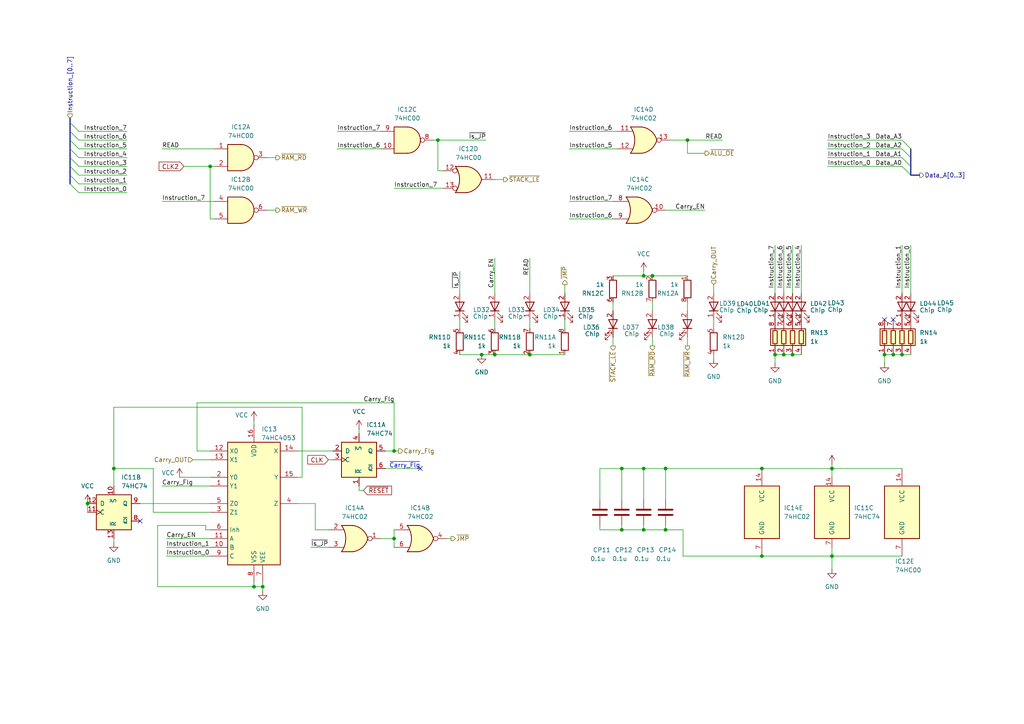
<source format=kicad_sch>
(kicad_sch (version 20250114) (generator "eeschema") (generator_version "9.0")
  (paper "A4")
  (title_block (title "HC4_CPU") (date "2025-06-16") (rev "1.0"))
  (lib_symbols
    (symbol "74xx_2:74HC00" (pin_names (offset 1.016))
      (property "Reference" "IC" (at 0 1.27 0))
      (property "Value" "74HC00" (at 0 -1.27 0))
      (symbol "74HC00_1_1"
        (arc (start 0 3.81) (mid 3.7934 0) (end 0 -3.81) (stroke (width 0.254)) (fill (type background)))
        (polyline (pts (xy 0 3.81) (xy -3.81 3.81) (xy -3.81 -3.81) (xy 0 -3.81)) (stroke (width 0.254)) (fill (type background)))
        (pin input line (at -7.62 2.54 0) (length 3.81) (name "~") (number "1"))
        (pin input line (at -7.62 -2.54 0) (length 3.81) (name "~") (number "2"))
        (pin output inverted (at 7.62 0 180) (length 3.81) (name "~") (number "3"))
      )
      (symbol "74HC00_1_2"
        (arc (start -3.81 3.81) (mid -2.589 0) (end -3.81 -3.81) (stroke (width 0.254)))
        (polyline (pts (xy -3.81 3.81) (xy -0.635 3.81)) (stroke (width 0.254)) (fill (type background)))
        (polyline (pts (xy -3.81 -3.81) (xy -0.635 -3.81)) (stroke (width 0.254)) (fill (type background)))
        (arc (start 3.81 0) (mid 2.1855 -2.584) (end -0.6096 -3.81) (stroke (width 0.254)) (fill (type background)))
        (arc (start -0.6096 3.81) (mid 2.1928 2.5924) (end 3.81 0) (stroke (width 0.254)) (fill (type background)))
        (polyline (pts (xy -0.635 3.81) (xy -3.81 3.81) (xy -3.81 3.81) (xy -3.556 3.4036) (xy -3.0226 2.2606) (xy -2.6924 1.0414) (xy -2.6162 -0.254) (xy -2.7686 -1.4986) (xy -3.175 -2.7178) (xy -3.81 -3.81) (xy -3.81 -3.81) (xy -0.635 -3.81)) (stroke (width -25.4)) (fill (type background)))
        (pin input inverted (at -7.62 2.54 0) (length 4.318) (name "~") (number "1"))
        (pin input inverted (at -7.62 -2.54 0) (length 4.318) (name "~") (number "2"))
        (pin output line (at 7.62 0 180) (length 3.81) (name "~") (number "3"))
      )
      (symbol "74HC00_2_1"
        (arc (start 0 3.81) (mid 3.7934 0) (end 0 -3.81) (stroke (width 0.254)) (fill (type background)))
        (polyline (pts (xy 0 3.81) (xy -3.81 3.81) (xy -3.81 -3.81) (xy 0 -3.81)) (stroke (width 0.254)) (fill (type background)))
        (pin input line (at -7.62 2.54 0) (length 3.81) (name "~") (number "4"))
        (pin input line (at -7.62 -2.54 0) (length 3.81) (name "~") (number "5"))
        (pin output inverted (at 7.62 0 180) (length 3.81) (name "~") (number "6"))
      )
      (symbol "74HC00_2_2"
        (arc (start -3.81 3.81) (mid -2.589 0) (end -3.81 -3.81) (stroke (width 0.254)))
        (polyline (pts (xy -3.81 3.81) (xy -0.635 3.81)) (stroke (width 0.254)) (fill (type background)))
        (polyline (pts (xy -3.81 -3.81) (xy -0.635 -3.81)) (stroke (width 0.254)) (fill (type background)))
        (arc (start 3.81 0) (mid 2.1855 -2.584) (end -0.6096 -3.81) (stroke (width 0.254)) (fill (type background)))
        (arc (start -0.6096 3.81) (mid 2.1928 2.5924) (end 3.81 0) (stroke (width 0.254)) (fill (type background)))
        (polyline (pts (xy -0.635 3.81) (xy -3.81 3.81) (xy -3.81 3.81) (xy -3.556 3.4036) (xy -3.0226 2.2606) (xy -2.6924 1.0414) (xy -2.6162 -0.254) (xy -2.7686 -1.4986) (xy -3.175 -2.7178) (xy -3.81 -3.81) (xy -3.81 -3.81) (xy -0.635 -3.81)) (stroke (width -25.4)) (fill (type background)))
        (pin input inverted (at -7.62 2.54 0) (length 4.318) (name "~") (number "4"))
        (pin input inverted (at -7.62 -2.54 0) (length 4.318) (name "~") (number "5"))
        (pin output line (at 7.62 0 180) (length 3.81) (name "~") (number "6"))
      )
      (symbol "74HC00_3_1"
        (arc (start 0 3.81) (mid 3.7934 0) (end 0 -3.81) (stroke (width 0.254)) (fill (type background)))
        (polyline (pts (xy 0 3.81) (xy -3.81 3.81) (xy -3.81 -3.81) (xy 0 -3.81)) (stroke (width 0.254)) (fill (type background)))
        (pin input line (at -7.62 2.54 0) (length 3.81) (name "~") (number "9"))
        (pin input line (at -7.62 -2.54 0) (length 3.81) (name "~") (number "10"))
        (pin output inverted (at 7.62 0 180) (length 3.81) (name "~") (number "8"))
      )
      (symbol "74HC00_3_2"
        (arc (start -3.81 3.81) (mid -2.589 0) (end -3.81 -3.81) (stroke (width 0.254)))
        (polyline (pts (xy -3.81 3.81) (xy -0.635 3.81)) (stroke (width 0.254)) (fill (type background)))
        (polyline (pts (xy -3.81 -3.81) (xy -0.635 -3.81)) (stroke (width 0.254)) (fill (type background)))
        (arc (start 3.81 0) (mid 2.1855 -2.584) (end -0.6096 -3.81) (stroke (width 0.254)) (fill (type background)))
        (arc (start -0.6096 3.81) (mid 2.1928 2.5924) (end 3.81 0) (stroke (width 0.254)) (fill (type background)))
        (polyline (pts (xy -0.635 3.81) (xy -3.81 3.81) (xy -3.81 3.81) (xy -3.556 3.4036) (xy -3.0226 2.2606) (xy -2.6924 1.0414) (xy -2.6162 -0.254) (xy -2.7686 -1.4986) (xy -3.175 -2.7178) (xy -3.81 -3.81) (xy -3.81 -3.81) (xy -0.635 -3.81)) (stroke (width -25.4)) (fill (type background)))
        (pin input inverted (at -7.62 2.54 0) (length 4.318) (name "~") (number "9"))
        (pin input inverted (at -7.62 -2.54 0) (length 4.318) (name "~") (number "10"))
        (pin output line (at 7.62 0 180) (length 3.81) (name "~") (number "8"))
      )
      (symbol "74HC00_4_1"
        (arc (start 0 3.81) (mid 3.7934 0) (end 0 -3.81) (stroke (width 0.254)) (fill (type background)))
        (polyline (pts (xy 0 3.81) (xy -3.81 3.81) (xy -3.81 -3.81) (xy 0 -3.81)) (stroke (width 0.254)) (fill (type background)))
        (pin input line (at -7.62 2.54 0) (length 3.81) (name "~") (number "12"))
        (pin input line (at -7.62 -2.54 0) (length 3.81) (name "~") (number "13"))
        (pin output inverted (at 7.62 0 180) (length 3.81) (name "~") (number "11"))
      )
      (symbol "74HC00_4_2"
        (arc (start -3.81 3.81) (mid -2.589 0) (end -3.81 -3.81) (stroke (width 0.254)))
        (polyline (pts (xy -3.81 3.81) (xy -0.635 3.81)) (stroke (width 0.254)) (fill (type background)))
        (polyline (pts (xy -3.81 -3.81) (xy -0.635 -3.81)) (stroke (width 0.254)) (fill (type background)))
        (arc (start 3.81 0) (mid 2.1855 -2.584) (end -0.6096 -3.81) (stroke (width 0.254)) (fill (type background)))
        (arc (start -0.6096 3.81) (mid 2.1928 2.5924) (end 3.81 0) (stroke (width 0.254)) (fill (type background)))
        (polyline (pts (xy -0.635 3.81) (xy -3.81 3.81) (xy -3.81 3.81) (xy -3.556 3.4036) (xy -3.0226 2.2606) (xy -2.6924 1.0414) (xy -2.6162 -0.254) (xy -2.7686 -1.4986) (xy -3.175 -2.7178) (xy -3.81 -3.81) (xy -3.81 -3.81) (xy -0.635 -3.81)) (stroke (width -25.4)) (fill (type background)))
        (pin input inverted (at -7.62 2.54 0) (length 4.318) (name "~") (number "12"))
        (pin input inverted (at -7.62 -2.54 0) (length 4.318) (name "~") (number "13"))
        (pin output line (at 7.62 0 180) (length 3.81) (name "~") (number "11"))
      )
      (symbol "74HC00_5_0"
        (pin power_in line (at 0 12.7 270) (length 5.08) (name "VCC") (number "14"))
        (pin power_in line (at 0 -12.7 90) (length 5.08) (name "GND") (number "7"))
      )
      (symbol "74HC00_5_1"
        (rectangle (start -5.08 7.62) (end 5.08 -7.62) (stroke (width 0.254)) (fill (type background)))
      )
    )
    (symbol "74xx_2:74HC02" (pin_names (offset 1.016))
      (property "Reference" "IC" (at 0 1.27 0))
      (property "Value" "74HC02" (at 0 -1.27 0))
      (symbol "74HC02_1_1"
        (arc (start -3.81 3.81) (mid -2.589 0) (end -3.81 -3.81) (stroke (width 0.254)))
        (polyline (pts (xy -3.81 3.81) (xy -0.635 3.81)) (stroke (width 0.254)) (fill (type background)))
        (polyline (pts (xy -3.81 -3.81) (xy -0.635 -3.81)) (stroke (width 0.254)) (fill (type background)))
        (arc (start 3.81 0) (mid 2.1855 -2.584) (end -0.6096 -3.81) (stroke (width 0.254)) (fill (type background)))
        (arc (start -0.6096 3.81) (mid 2.1928 2.5924) (end 3.81 0) (stroke (width 0.254)) (fill (type background)))
        (polyline (pts (xy -0.635 3.81) (xy -3.81 3.81) (xy -3.81 3.81) (xy -3.556 3.4036) (xy -3.0226 2.2606) (xy -2.6924 1.0414) (xy -2.6162 -0.254) (xy -2.7686 -1.4986) (xy -3.175 -2.7178) (xy -3.81 -3.81) (xy -3.81 -3.81) (xy -0.635 -3.81)) (stroke (width -25.4)) (fill (type background)))
        (pin input line (at -7.62 2.54 0) (length 4.318) (name "~") (number "2"))
        (pin input line (at -7.62 -2.54 0) (length 4.318) (name "~") (number "3"))
        (pin output inverted (at 7.62 0 180) (length 3.81) (name "~") (number "1"))
      )
      (symbol "74HC02_1_2"
        (arc (start 0 3.81) (mid 3.7934 0) (end 0 -3.81) (stroke (width 0.254)) (fill (type background)))
        (polyline (pts (xy 0 3.81) (xy -3.81 3.81) (xy -3.81 -3.81) (xy 0 -3.81)) (stroke (width 0.254)) (fill (type background)))
        (pin input inverted (at -7.62 2.54 0) (length 3.81) (name "~") (number "2"))
        (pin input inverted (at -7.62 -2.54 0) (length 3.81) (name "~") (number "3"))
        (pin output line (at 7.62 0 180) (length 3.81) (name "~") (number "1"))
      )
      (symbol "74HC02_2_1"
        (arc (start -3.81 3.81) (mid -2.589 0) (end -3.81 -3.81) (stroke (width 0.254)))
        (polyline (pts (xy -3.81 3.81) (xy -0.635 3.81)) (stroke (width 0.254)) (fill (type background)))
        (polyline (pts (xy -3.81 -3.81) (xy -0.635 -3.81)) (stroke (width 0.254)) (fill (type background)))
        (arc (start 3.81 0) (mid 2.1855 -2.584) (end -0.6096 -3.81) (stroke (width 0.254)) (fill (type background)))
        (arc (start -0.6096 3.81) (mid 2.1928 2.5924) (end 3.81 0) (stroke (width 0.254)) (fill (type background)))
        (polyline (pts (xy -0.635 3.81) (xy -3.81 3.81) (xy -3.81 3.81) (xy -3.556 3.4036) (xy -3.0226 2.2606) (xy -2.6924 1.0414) (xy -2.6162 -0.254) (xy -2.7686 -1.4986) (xy -3.175 -2.7178) (xy -3.81 -3.81) (xy -3.81 -3.81) (xy -0.635 -3.81)) (stroke (width -25.4)) (fill (type background)))
        (pin input line (at -7.62 2.54 0) (length 4.318) (name "~") (number "5"))
        (pin input line (at -7.62 -2.54 0) (length 4.318) (name "~") (number "6"))
        (pin output inverted (at 7.62 0 180) (length 3.81) (name "~") (number "4"))
      )
      (symbol "74HC02_2_2"
        (arc (start 0 3.81) (mid 3.7934 0) (end 0 -3.81) (stroke (width 0.254)) (fill (type background)))
        (polyline (pts (xy 0 3.81) (xy -3.81 3.81) (xy -3.81 -3.81) (xy 0 -3.81)) (stroke (width 0.254)) (fill (type background)))
        (pin input inverted (at -7.62 2.54 0) (length 3.81) (name "~") (number "5"))
        (pin input inverted (at -7.62 -2.54 0) (length 3.81) (name "~") (number "6"))
        (pin output line (at 7.62 0 180) (length 3.81) (name "~") (number "4"))
      )
      (symbol "74HC02_3_1"
        (arc (start -3.81 3.81) (mid -2.589 0) (end -3.81 -3.81) (stroke (width 0.254)))
        (polyline (pts (xy -3.81 3.81) (xy -0.635 3.81)) (stroke (width 0.254)) (fill (type background)))
        (polyline (pts (xy -3.81 -3.81) (xy -0.635 -3.81)) (stroke (width 0.254)) (fill (type background)))
        (arc (start 3.81 0) (mid 2.1855 -2.584) (end -0.6096 -3.81) (stroke (width 0.254)) (fill (type background)))
        (arc (start -0.6096 3.81) (mid 2.1928 2.5924) (end 3.81 0) (stroke (width 0.254)) (fill (type background)))
        (polyline (pts (xy -0.635 3.81) (xy -3.81 3.81) (xy -3.81 3.81) (xy -3.556 3.4036) (xy -3.0226 2.2606) (xy -2.6924 1.0414) (xy -2.6162 -0.254) (xy -2.7686 -1.4986) (xy -3.175 -2.7178) (xy -3.81 -3.81) (xy -3.81 -3.81) (xy -0.635 -3.81)) (stroke (width -25.4)) (fill (type background)))
        (pin input line (at -7.62 2.54 0) (length 4.318) (name "~") (number "8"))
        (pin input line (at -7.62 -2.54 0) (length 4.318) (name "~") (number "9"))
        (pin output inverted (at 7.62 0 180) (length 3.81) (name "~") (number "10"))
      )
      (symbol "74HC02_3_2"
        (arc (start 0 3.81) (mid 3.7934 0) (end 0 -3.81) (stroke (width 0.254)) (fill (type background)))
        (polyline (pts (xy 0 3.81) (xy -3.81 3.81) (xy -3.81 -3.81) (xy 0 -3.81)) (stroke (width 0.254)) (fill (type background)))
        (pin input inverted (at -7.62 2.54 0) (length 3.81) (name "~") (number "8"))
        (pin input inverted (at -7.62 -2.54 0) (length 3.81) (name "~") (number "9"))
        (pin output line (at 7.62 0 180) (length 3.81) (name "~") (number "10"))
      )
      (symbol "74HC02_4_1"
        (arc (start -3.81 3.81) (mid -2.589 0) (end -3.81 -3.81) (stroke (width 0.254)))
        (polyline (pts (xy -3.81 3.81) (xy -0.635 3.81)) (stroke (width 0.254)) (fill (type background)))
        (polyline (pts (xy -3.81 -3.81) (xy -0.635 -3.81)) (stroke (width 0.254)) (fill (type background)))
        (arc (start 3.81 0) (mid 2.1855 -2.584) (end -0.6096 -3.81) (stroke (width 0.254)) (fill (type background)))
        (arc (start -0.6096 3.81) (mid 2.1928 2.5924) (end 3.81 0) (stroke (width 0.254)) (fill (type background)))
        (polyline (pts (xy -0.635 3.81) (xy -3.81 3.81) (xy -3.81 3.81) (xy -3.556 3.4036) (xy -3.0226 2.2606) (xy -2.6924 1.0414) (xy -2.6162 -0.254) (xy -2.7686 -1.4986) (xy -3.175 -2.7178) (xy -3.81 -3.81) (xy -3.81 -3.81) (xy -0.635 -3.81)) (stroke (width -25.4)) (fill (type background)))
        (pin input line (at -7.62 2.54 0) (length 4.318) (name "~") (number "11"))
        (pin input line (at -7.62 -2.54 0) (length 4.318) (name "~") (number "12"))
        (pin output inverted (at 7.62 0 180) (length 3.81) (name "~") (number "13"))
      )
      (symbol "74HC02_4_2"
        (arc (start 0 3.81) (mid 3.7934 0) (end 0 -3.81) (stroke (width 0.254)) (fill (type background)))
        (polyline (pts (xy 0 3.81) (xy -3.81 3.81) (xy -3.81 -3.81) (xy 0 -3.81)) (stroke (width 0.254)) (fill (type background)))
        (pin input inverted (at -7.62 2.54 0) (length 3.81) (name "~") (number "11"))
        (pin input inverted (at -7.62 -2.54 0) (length 3.81) (name "~") (number "12"))
        (pin output line (at 7.62 0 180) (length 3.81) (name "~") (number "13"))
      )
      (symbol "74HC02_5_0"
        (pin power_in line (at 0 12.7 270) (length 5.08) (name "VCC") (number "14"))
        (pin power_in line (at 0 -12.7 90) (length 5.08) (name "GND") (number "7"))
      )
      (symbol "74HC02_5_1"
        (rectangle (start -5.08 7.62) (end 5.08 -7.62) (stroke (width 0.254)) (fill (type background)))
      )
    )
    (symbol "74xx_2:74HC4053"
      (property "Reference" "IC" (at -8.382 19.05 0))
      (property "Value" "74HC4053" (at 11.176 -19.304 0))
      (symbol "74HC4053_1_0"
        (pin passive line (at -12.7 15.24 0) (length 5.08) (name "X0") (number "12"))
        (pin passive line (at -12.7 12.7 0) (length 5.08) (name "X1") (number "13"))
        (pin passive line (at -12.7 7.62 0) (length 5.08) (name "Y0") (number "2"))
        (pin passive line (at -12.7 5.08 0) (length 5.08) (name "Y1") (number "1"))
        (pin passive line (at -12.7 0 0) (length 5.08) (name "Z0") (number "5"))
        (pin passive line (at -12.7 -2.54 0) (length 5.08) (name "Z1") (number "3"))
        (pin input line (at -12.7 -7.62 0) (length 5.08) (name "Inh") (number "6"))
        (pin input line (at -12.7 -10.16 0) (length 5.08) (name "A") (number "11"))
        (pin input line (at -12.7 -12.7 0) (length 5.08) (name "B") (number "10"))
        (pin input line (at -12.7 -15.24 0) (length 5.08) (name "C") (number "9"))
        (pin power_in line (at 0 22.86 270) (length 5.08) (name "VDD") (number "16"))
        (pin power_in line (at 0 -22.86 90) (length 5.08) (name "VSS") (number "8"))
        (pin power_in line (at 2.54 -22.86 90) (length 5.08) (name "VEE") (number "7"))
        (pin passive line (at 12.7 15.24 180) (length 5.08) (name "X") (number "14"))
        (pin passive line (at 12.7 7.62 180) (length 5.08) (name "Y") (number "15"))
        (pin passive line (at 12.7 0 180) (length 5.08) (name "Z") (number "4"))
      )
      (symbol "74HC4053_1_1"
        (rectangle (start -7.62 17.78) (end 7.62 -17.78) (stroke (width 0.254)) (fill (type background)))
      )
    )
    (symbol "74xx_2:74HC74" (pin_names (offset 1.016))
      (property "Reference" "IC" (at -7.62 8.89 0))
      (property "Value" "74HC74" (at -7.62 -8.89 0))
      (symbol "74HC74_1_0"
        (pin input line (at -7.62 2.54 0) (length 2.54) (name "D") (number "2"))
        (pin input clock (at -7.62 0 0) (length 2.54) (name "C") (number "3"))
        (pin input line (at 0 7.62 270) (length 2.54) (name "~{S}") (number "4"))
        (pin input line (at 0 -7.62 90) (length 2.54) (name "~{R}") (number "1"))
        (pin output line (at 7.62 2.54 180) (length 2.54) (name "Q") (number "5"))
        (pin output line (at 7.62 -2.54 180) (length 2.54) (name "~{Q}") (number "6"))
      )
      (symbol "74HC74_1_1"
        (rectangle (start -5.08 5.08) (end 5.08 -5.08) (stroke (width 0.254)) (fill (type background)))
      )
      (symbol "74HC74_2_0"
        (pin input line (at -7.62 2.54 0) (length 2.54) (name "D") (number "12"))
        (pin input clock (at -7.62 0 0) (length 2.54) (name "C") (number "11"))
        (pin input line (at 0 7.62 270) (length 2.54) (name "~{S}") (number "10"))
        (pin input line (at 0 -7.62 90) (length 2.54) (name "~{R}") (number "13"))
        (pin output line (at 7.62 2.54 180) (length 2.54) (name "Q") (number "9"))
        (pin output line (at 7.62 -2.54 180) (length 2.54) (name "~{Q}") (number "8"))
      )
      (symbol "74HC74_2_1"
        (rectangle (start -5.08 5.08) (end 5.08 -5.08) (stroke (width 0.254)) (fill (type background)))
      )
      (symbol "74HC74_3_0"
        (pin power_in line (at 0 10.16 270) (length 2.54) (name "VCC") (number "14"))
        (pin power_in line (at 0 -10.16 90) (length 2.54) (name "GND") (number "7"))
      )
      (symbol "74HC74_3_1"
        (rectangle (start -5.08 7.62) (end 5.08 -7.62) (stroke (width 0.254)) (fill (type background)))
      )
    )
    (symbol "Device2:C_Bypass" (pin_numbers (hide yes)) (pin_names (offset 0.254))
      (property "Reference" "CP" (at 0.635 2.54 0))
      (property "Value" "C_Byp" (at 0.635 -2.54 0))
      (symbol "C_Bypass_0_1"
        (polyline (pts (xy -2.032 0.762) (xy 2.032 0.762)) (stroke (width 0.508)))
        (polyline (pts (xy -2.032 -0.762) (xy 2.032 -0.762)) (stroke (width 0.508)))
      )
      (symbol "C_Bypass_1_1"
        (pin passive line (at 0 3.81 270) (length 2.794) (name "~") (number "1"))
        (pin passive line (at 0 -3.81 90) (length 2.794) (name "~") (number "2"))
      )
    )
    (symbol "Device2:LED_"
      (property "Reference" "LD" (at 0 2.54 0))
      (symbol "LED__0_1"
        (polyline (pts (xy -3.048 -0.762) (xy -4.572 -2.286) (xy -3.81 -2.286) (xy -4.572 -2.286) (xy -4.572 -1.524)))
        (polyline (pts (xy -1.778 -0.762) (xy -3.302 -2.286) (xy -2.54 -2.286) (xy -3.302 -2.286) (xy -3.302 -1.524)))
        (polyline (pts (xy -1.27 0) (xy 1.27 0)))
        (polyline (pts (xy -1.27 -1.27) (xy -1.27 1.27)) (stroke (width 0.254)))
        (polyline (pts (xy 1.27 -1.27) (xy 1.27 1.27) (xy -1.27 0) (xy 1.27 -1.27)) (stroke (width 0.254)))
      )
      (symbol "LED__1_1"
        (pin passive line (at -3.81 0 0) (length 2.54) (name "K") (number "1"))
        (pin passive line (at 3.81 0 180) (length 2.54) (name "") (number "2"))
      )
    )
    (symbol "Device:R_Pack04" (pin_names (offset 0) (hide yes))
      (property "Reference" "RN" (at -7.62 0 90))
      (property "Value" "R_Pack04" (at 5.08 0 90))
      (symbol "R_Pack04_0_1"
        (rectangle (start -6.35 -2.413) (end 3.81 2.413) (stroke (width 0.254)) (fill (type background)))
        (rectangle (start -5.715 1.905) (end -4.445 -1.905) (stroke (width 0.254)))
        (polyline (pts (xy -5.08 1.905) (xy -5.08 2.54)))
        (polyline (pts (xy -5.08 -2.54) (xy -5.08 -1.905)))
        (rectangle (start -3.175 1.905) (end -1.905 -1.905) (stroke (width 0.254)))
        (polyline (pts (xy -2.54 1.905) (xy -2.54 2.54)))
        (polyline (pts (xy -2.54 -2.54) (xy -2.54 -1.905)))
        (rectangle (start -0.635 1.905) (end 0.635 -1.905) (stroke (width 0.254)))
        (polyline (pts (xy 0 1.905) (xy 0 2.54)))
        (polyline (pts (xy 0 -2.54) (xy 0 -1.905)))
        (rectangle (start 1.905 1.905) (end 3.175 -1.905) (stroke (width 0.254)))
        (polyline (pts (xy 2.54 1.905) (xy 2.54 2.54)))
        (polyline (pts (xy 2.54 -2.54) (xy 2.54 -1.905)))
      )
      (symbol "R_Pack04_1_1"
        (pin passive line (at -5.08 5.08 270) (length 2.54) (name "R1.2") (number "8"))
        (pin passive line (at -5.08 -5.08 90) (length 2.54) (name "R1.1") (number "1"))
        (pin passive line (at -2.54 5.08 270) (length 2.54) (name "R2.2") (number "7"))
        (pin passive line (at -2.54 -5.08 90) (length 2.54) (name "R2.1") (number "2"))
        (pin passive line (at 0 5.08 270) (length 2.54) (name "R3.2") (number "6"))
        (pin passive line (at 0 -5.08 90) (length 2.54) (name "R3.1") (number "3"))
        (pin passive line (at 2.54 5.08 270) (length 2.54) (name "R4.2") (number "5"))
        (pin passive line (at 2.54 -5.08 90) (length 2.54) (name "R4.1") (number "4"))
      )
    )
    (symbol "Device:R_Pack04_Split" (pin_names (offset 0) (hide yes))
      (property "Reference" "RN" (at 2.032 0 90))
      (property "Value" "R_Pack04_Split" (at 0 0 90))
      (symbol "R_Pack04_Split_0_1"
        (rectangle (start 1.016 2.54) (end -1.016 -2.54) (stroke (width 0.254)))
      )
      (symbol "R_Pack04_Split_1_1"
        (pin passive line (at 0 3.81 270) (length 1.27) (name "R1.2") (number "8"))
        (pin passive line (at 0 -3.81 90) (length 1.27) (name "R1.1") (number "1"))
      )
      (symbol "R_Pack04_Split_2_1"
        (pin passive line (at 0 3.81 270) (length 1.27) (name "R2.2") (number "7"))
        (pin passive line (at 0 -3.81 90) (length 1.27) (name "R2.1") (number "2"))
      )
      (symbol "R_Pack04_Split_3_1"
        (pin passive line (at 0 3.81 270) (length 1.27) (name "R3.2") (number "6"))
        (pin passive line (at 0 -3.81 90) (length 1.27) (name "R3.1") (number "3"))
      )
      (symbol "R_Pack04_Split_4_1"
        (pin passive line (at 0 3.81 270) (length 1.27) (name "R4.2") (number "5"))
        (pin passive line (at 0 -3.81 90) (length 1.27) (name "R4.1") (number "4"))
      )
    )
    (symbol "power:GND" (power) (pin_numbers (hide yes)) (pin_names (offset 0) (hide yes))
      (property "Value" "GND" (at 0 -3.81 0))
      (symbol "GND_0_1"
        (polyline (pts (xy 0 0) (xy 0 -1.27) (xy 1.27 -1.27) (xy 0 -2.54) (xy -1.27 -1.27) (xy 0 -1.27)))
      )
      (symbol "GND_1_1"
        (pin power_in line (at 0 0 270) (length 0) (name "~") (number "1"))
      )
    )
    (symbol "power:VCC" (power) (pin_numbers (hide yes)) (pin_names (offset 0) (hide yes))
      (property "Value" "VCC" (at 0 3.556 0))
      (symbol "VCC_0_1"
        (polyline (pts (xy -0.762 1.27) (xy 0 2.54)))
        (polyline (pts (xy 0 2.54) (xy 0.762 1.27)))
        (polyline (pts (xy 0 0) (xy 0 2.54)))
      )
      (symbol "VCC_1_1"
        (pin power_in line (at 0 0 90) (length 0) (name "~") (number "1"))
      )
    )
  )
  (text "~{Carry_Flg}" (at 121.92 135.89 0) (effects (font (size 1.27 1.27)) (justify right bottom)))
  (junction (at 220.98 161.29))
  (junction (at 229.87 102.87))
  (junction (at 186.69 153.67))
  (junction (at 114.3 130.81))
  (junction (at 60.96 48.26))
  (junction (at 224.79 102.87))
  (junction (at 33.02 135.89))
  (junction (at 180.34 135.89))
  (junction (at 261.62 102.87))
  (junction (at 220.98 135.89))
  (junction (at 256.54 102.87))
  (junction (at 241.3 161.29))
  (junction (at 186.69 135.89))
  (junction (at 114.3 156.21))
  (junction (at 189.23 80.01))
  (junction (at 76.2 170.18))
  (junction (at 153.67 102.87))
  (junction (at 186.69 80.01))
  (junction (at 139.7 102.87))
  (junction (at 193.04 135.89))
  (junction (at 193.04 153.67))
  (junction (at 127 40.64))
  (junction (at 25.4 146.05))
  (junction (at 180.34 153.67))
  (junction (at 73.66 170.18))
  (junction (at 259.08 102.87))
  (junction (at 227.33 102.87))
  (junction (at 143.51 102.87))
  (junction (at 199.39 40.64))
  (junction (at 241.3 135.89))
  (no_connect (at 256.54 92.71))
  (no_connect (at 121.92 135.89))
  (no_connect (at 259.08 92.71))
  (no_connect (at 40.64 151.13))
  (bus_entry (at 20.32 45.72) (size 2.54 2.54))
  (bus_entry (at 20.32 43.18) (size 2.54 2.54))
  (bus_entry (at 20.32 53.34) (size 2.54 2.54))
  (bus_entry (at 20.32 40.64) (size 2.54 2.54))
  (bus_entry (at 20.32 50.8) (size 2.54 2.54))
  (bus_entry (at 20.32 38.1) (size 2.54 2.54))
  (bus_entry (at 261.62 48.26) (size 2.54 2.54))
  (bus_entry (at 20.32 48.26) (size 2.54 2.54))
  (bus_entry (at 20.32 35.56) (size 2.54 2.54))
  (bus_entry (at 261.62 40.64) (size 2.54 2.54))
  (bus_entry (at 261.62 43.18) (size 2.54 2.54))
  (bus_entry (at 261.62 45.72) (size 2.54 2.54))
  (wire (pts (xy 114.3 54.61) (xy 128.27 54.61)))
  (wire (pts (xy 46.99 43.18) (xy 62.23 43.18)))
  (wire (pts (xy 127 40.64) (xy 127 49.53)))
  (wire (pts (xy 264.16 85.09) (xy 264.16 71.12)))
  (wire (pts (xy 76.2 170.18) (xy 76.2 168.91)))
  (wire (pts (xy 53.34 48.26) (xy 60.96 48.26)))
  (wire (pts (xy 199.39 44.45) (xy 204.47 44.45)))
  (wire (pts (xy 173.99 135.89) (xy 173.99 144.78)))
  (wire (pts (xy 46.99 140.97) (xy 60.96 140.97)))
  (wire (pts (xy 130.81 156.21) (xy 129.54 156.21)))
  (wire (pts (xy 22.86 55.88) (xy 36.83 55.88)))
  (wire (pts (xy 232.41 85.09) (xy 232.41 71.12)))
  (wire (pts (xy 194.31 40.64) (xy 199.39 40.64)))
  (wire (pts (xy 77.47 45.72) (xy 80.01 45.72)))
  (wire (pts (xy 114.3 130.81) (xy 114.3 116.84)))
  (wire (pts (xy 198.12 153.67) (xy 198.12 161.29)))
  (wire (pts (xy 240.03 48.26) (xy 261.62 48.26)))
  (wire (pts (xy 22.86 38.1) (xy 36.83 38.1)))
  (wire (pts (xy 173.99 153.67) (xy 180.34 153.67)))
  (wire (pts (xy 22.86 53.34) (xy 36.83 53.34)))
  (wire (pts (xy 48.26 161.29) (xy 60.96 161.29)))
  (wire (pts (xy 241.3 135.89) (xy 241.3 138.43)))
  (wire (pts (xy 193.04 153.67) (xy 198.12 153.67)))
  (wire (pts (xy 224.79 102.87) (xy 224.79 105.41)))
  (wire (pts (xy 73.66 168.91) (xy 73.66 170.18)))
  (wire (pts (xy 193.04 135.89) (xy 193.04 144.78)))
  (wire (pts (xy 48.26 156.21) (xy 60.96 156.21)))
  (wire (pts (xy 224.79 102.87) (xy 227.33 102.87)))
  (wire (pts (xy 59.69 153.67) (xy 60.96 153.67)))
  (wire (pts (xy 44.45 148.59) (xy 44.45 135.89)))
  (wire (pts (xy 241.3 161.29) (xy 261.62 161.29)))
  (wire (pts (xy 177.8 100.33) (xy 177.8 97.79)))
  (wire (pts (xy 198.12 161.29) (xy 220.98 161.29)))
  (bus (pts (xy 20.32 48.26) (xy 20.32 45.72)))
  (wire (pts (xy 199.39 40.64) (xy 209.55 40.64)))
  (wire (pts (xy 261.62 102.87) (xy 264.16 102.87)))
  (bus (pts (xy 264.16 48.26) (xy 264.16 50.8)))
  (wire (pts (xy 22.86 40.64) (xy 36.83 40.64)))
  (wire (pts (xy 177.8 87.63) (xy 177.8 90.17)))
  (wire (pts (xy 180.34 152.4) (xy 180.34 153.67)))
  (wire (pts (xy 95.25 133.35) (xy 96.52 133.35)))
  (wire (pts (xy 44.45 135.89) (xy 33.02 135.89)))
  (wire (pts (xy 133.35 95.25) (xy 133.35 92.71)))
  (wire (pts (xy 52.07 138.43) (xy 60.96 138.43)))
  (wire (pts (xy 186.69 152.4) (xy 186.69 153.67)))
  (wire (pts (xy 180.34 153.67) (xy 186.69 153.67)))
  (wire (pts (xy 199.39 80.01) (xy 189.23 80.01)))
  (bus (pts (xy 20.32 45.72) (xy 20.32 43.18)))
  (bus (pts (xy 20.32 35.56) (xy 20.32 34.29)))
  (wire (pts (xy 60.96 63.5) (xy 62.23 63.5)))
  (wire (pts (xy 110.49 156.21) (xy 114.3 156.21)))
  (wire (pts (xy 165.1 63.5) (xy 177.8 63.5)))
  (wire (pts (xy 33.02 156.21) (xy 33.02 157.48)))
  (wire (pts (xy 139.7 102.87) (xy 143.51 102.87)))
  (bus (pts (xy 20.32 38.1) (xy 20.32 35.56)))
  (wire (pts (xy 48.26 158.75) (xy 60.96 158.75)))
  (wire (pts (xy 199.39 100.33) (xy 199.39 97.79)))
  (wire (pts (xy 57.15 116.84) (xy 114.3 116.84)))
  (wire (pts (xy 114.3 156.21) (xy 114.3 153.67)))
  (wire (pts (xy 193.04 60.96) (xy 204.47 60.96)))
  (wire (pts (xy 241.3 135.89) (xy 261.62 135.89)))
  (wire (pts (xy 220.98 135.89) (xy 241.3 135.89)))
  (wire (pts (xy 25.4 146.05) (xy 25.4 148.59)))
  (wire (pts (xy 60.96 48.26) (xy 62.23 48.26)))
  (wire (pts (xy 143.51 95.25) (xy 143.51 92.71)))
  (wire (pts (xy 87.63 118.11) (xy 33.02 118.11)))
  (wire (pts (xy 143.51 74.93) (xy 143.51 85.09)))
  (bus (pts (xy 264.16 50.8) (xy 266.7 50.8)))
  (wire (pts (xy 259.08 102.87) (xy 261.62 102.87)))
  (wire (pts (xy 163.83 82.55) (xy 163.83 85.09)))
  (bus (pts (xy 20.32 53.34) (xy 20.32 50.8)))
  (wire (pts (xy 91.44 146.05) (xy 91.44 153.67)))
  (wire (pts (xy 133.35 78.74) (xy 133.35 85.09)))
  (wire (pts (xy 186.69 135.89) (xy 193.04 135.89)))
  (wire (pts (xy 40.64 146.05) (xy 60.96 146.05)))
  (wire (pts (xy 60.96 48.26) (xy 60.96 63.5)))
  (wire (pts (xy 76.2 170.18) (xy 76.2 171.45)))
  (wire (pts (xy 207.01 92.71) (xy 207.01 95.25)))
  (wire (pts (xy 153.67 102.87) (xy 163.83 102.87)))
  (bus (pts (xy 264.16 45.72) (xy 264.16 48.26)))
  (wire (pts (xy 240.03 43.18) (xy 261.62 43.18)))
  (wire (pts (xy 73.66 170.18) (xy 76.2 170.18)))
  (wire (pts (xy 189.23 100.33) (xy 189.23 97.79)))
  (wire (pts (xy 224.79 85.09) (xy 224.79 71.12)))
  (wire (pts (xy 73.66 121.92) (xy 73.66 123.19)))
  (wire (pts (xy 241.3 158.75) (xy 241.3 161.29)))
  (wire (pts (xy 55.88 133.35) (xy 60.96 133.35)))
  (wire (pts (xy 229.87 102.87) (xy 232.41 102.87)))
  (wire (pts (xy 90.17 158.75) (xy 95.25 158.75)))
  (wire (pts (xy 87.63 138.43) (xy 87.63 118.11)))
  (wire (pts (xy 256.54 102.87) (xy 256.54 105.41)))
  (wire (pts (xy 143.51 102.87) (xy 153.67 102.87)))
  (wire (pts (xy 111.76 135.89) (xy 121.92 135.89)))
  (wire (pts (xy 220.98 161.29) (xy 241.3 161.29)))
  (wire (pts (xy 114.3 156.21) (xy 114.3 158.75)))
  (bus (pts (xy 20.32 50.8) (xy 20.32 48.26)))
  (wire (pts (xy 179.07 43.18) (xy 165.1 43.18)))
  (wire (pts (xy 186.69 78.74) (xy 186.69 80.01)))
  (wire (pts (xy 199.39 40.64) (xy 199.39 44.45)))
  (wire (pts (xy 60.96 148.59) (xy 44.45 148.59)))
  (wire (pts (xy 227.33 102.87) (xy 229.87 102.87)))
  (wire (pts (xy 186.69 80.01) (xy 177.8 80.01)))
  (wire (pts (xy 57.15 130.81) (xy 60.96 130.81)))
  (wire (pts (xy 179.07 38.1) (xy 165.1 38.1)))
  (wire (pts (xy 45.72 152.4) (xy 59.69 152.4)))
  (wire (pts (xy 173.99 152.4) (xy 173.99 153.67)))
  (wire (pts (xy 241.3 134.62) (xy 241.3 135.89)))
  (wire (pts (xy 22.86 48.26) (xy 36.83 48.26)))
  (wire (pts (xy 240.03 45.72) (xy 261.62 45.72)))
  (wire (pts (xy 45.72 152.4) (xy 45.72 170.18)))
  (wire (pts (xy 114.3 130.81) (xy 115.57 130.81)))
  (wire (pts (xy 86.36 130.81) (xy 96.52 130.81)))
  (wire (pts (xy 105.41 142.24) (xy 104.14 142.24)))
  (wire (pts (xy 127 40.64) (xy 140.97 40.64)))
  (wire (pts (xy 193.04 153.67) (xy 193.04 152.4)))
  (wire (pts (xy 22.86 43.18) (xy 36.83 43.18)))
  (wire (pts (xy 97.79 43.18) (xy 110.49 43.18)))
  (wire (pts (xy 189.23 87.63) (xy 189.23 90.17)))
  (wire (pts (xy 186.69 135.89) (xy 186.69 144.78)))
  (wire (pts (xy 207.01 102.87) (xy 207.01 104.14)))
  (wire (pts (xy 104.14 124.46) (xy 104.14 125.73)))
  (wire (pts (xy 189.23 80.01) (xy 186.69 80.01)))
  (wire (pts (xy 22.86 45.72) (xy 36.83 45.72)))
  (wire (pts (xy 261.62 85.09) (xy 261.62 71.12)))
  (wire (pts (xy 127 49.53) (xy 128.27 49.53)))
  (wire (pts (xy 143.51 52.07) (xy 146.05 52.07)))
  (wire (pts (xy 86.36 138.43) (xy 87.63 138.43)))
  (wire (pts (xy 180.34 135.89) (xy 180.34 144.78)))
  (wire (pts (xy 111.76 130.81) (xy 114.3 130.81)))
  (wire (pts (xy 199.39 87.63) (xy 199.39 90.17)))
  (wire (pts (xy 77.47 60.96) (xy 80.01 60.96)))
  (wire (pts (xy 133.35 102.87) (xy 139.7 102.87)))
  (wire (pts (xy 186.69 153.67) (xy 193.04 153.67)))
  (wire (pts (xy 227.33 85.09) (xy 227.33 71.12)))
  (wire (pts (xy 173.99 135.89) (xy 180.34 135.89)))
  (wire (pts (xy 207.01 82.55) (xy 207.01 85.09)))
  (wire (pts (xy 163.83 95.25) (xy 163.83 92.71)))
  (bus (pts (xy 264.16 43.18) (xy 264.16 45.72)))
  (wire (pts (xy 229.87 85.09) (xy 229.87 71.12)))
  (wire (pts (xy 241.3 161.29) (xy 241.3 165.1)))
  (wire (pts (xy 45.72 170.18) (xy 73.66 170.18)))
  (wire (pts (xy 46.99 58.42) (xy 62.23 58.42)))
  (wire (pts (xy 33.02 135.89) (xy 33.02 140.97)))
  (wire (pts (xy 33.02 118.11) (xy 33.02 135.89)))
  (wire (pts (xy 256.54 102.87) (xy 259.08 102.87)))
  (wire (pts (xy 59.69 152.4) (xy 59.69 153.67)))
  (wire (pts (xy 86.36 146.05) (xy 91.44 146.05)))
  (wire (pts (xy 91.44 153.67) (xy 95.25 153.67)))
  (wire (pts (xy 153.67 74.93) (xy 153.67 85.09)))
  (wire (pts (xy 165.1 58.42) (xy 177.8 58.42)))
  (wire (pts (xy 180.34 135.89) (xy 186.69 135.89)))
  (wire (pts (xy 57.15 116.84) (xy 57.15 130.81)))
  (bus (pts (xy 20.32 43.18) (xy 20.32 40.64)))
  (wire (pts (xy 153.67 95.25) (xy 153.67 92.71)))
  (wire (pts (xy 240.03 40.64) (xy 261.62 40.64)))
  (bus (pts (xy 20.32 40.64) (xy 20.32 38.1)))
  (wire (pts (xy 104.14 142.24) (xy 104.14 140.97)))
  (wire (pts (xy 193.04 135.89) (xy 220.98 135.89)))
  (wire (pts (xy 125.73 40.64) (xy 127 40.64)))
  (wire (pts (xy 97.79 38.1) (xy 110.49 38.1)))
  (wire (pts (xy 22.86 50.8) (xy 36.83 50.8)))
  (label "Carry_Flg" (at 46.99 140.97 0))
  (label "Data_A0" (at 261.62 48.26 180))
  (label "Data_A2" (at 261.62 43.18 180))
  (label "Carry_EN" (at 204.47 60.96 180))
  (label "Instruction_4" (at 36.83 45.72 180))
  (label "Instruction_0" (at 48.26 161.29 0))
  (label "Instruction_7" (at 36.83 38.1 180))
  (label "Instruction_6" (at 165.1 63.5 0))
  (label "Instruction_0" (at 240.03 48.26 0))
  (label "Instruction_5" (at 229.87 71.12 270))
  (label "Instruction_1" (at 261.62 71.12 270))
  (label "Carry_EN" (at 143.51 74.93 270))
  (label "Instruction_6" (at 227.33 71.12 270))
  (label "Instruction_7" (at 114.3 54.61 0))
  (label "Instruction_7" (at 46.99 58.42 0))
  (label "Instruction_6" (at 165.1 38.1 0))
  (label "Data_A3" (at 261.62 40.64 180))
  (label "Carry_Flg" (at 105.41 116.84 0))
  (label "Instruction_0" (at 264.16 71.12 270))
  (label "Instruction_7" (at 97.79 38.1 0))
  (label "Carry_EN" (at 48.26 156.21 0))
  (label "Instruction_1" (at 240.03 45.72 0))
  (label "Data_A1" (at 261.62 45.72 180))
  (label "Instruction_6" (at 97.79 43.18 0))
  (label "Instruction_1" (at 48.26 158.75 0))
  (label "Instruction_5" (at 165.1 43.18 0))
  (label "Instruction_7" (at 224.79 71.12 270))
  (label "~{Is_JP}" (at 90.17 158.75 0))
  (label "~{Is_JP}" (at 133.35 78.74 270))
  (label "~{Is_JP}" (at 140.97 40.64 180))
  (label "Instruction_7" (at 165.1 58.42 0))
  (label "READ" (at 209.55 40.64 180))
  (label "READ" (at 46.99 43.18 0))
  (label "READ" (at 153.67 74.93 270))
  (label "Instruction_1" (at 36.83 53.34 180))
  (label "Instruction_2" (at 240.03 43.18 0))
  (label "Instruction_2" (at 36.83 50.8 180))
  (label "Instruction_4" (at 232.41 71.12 270))
  (label "Instruction_3" (at 240.03 40.64 0))
  (label "Instruction_6" (at 36.83 40.64 180))
  (label "Instruction_5" (at 36.83 43.18 180))
  (label "Instruction_0" (at 36.83 55.88 180))
  (label "Instruction_3" (at 36.83 48.26 180))
  (global_label "CLK" (shape input) (at 95.25 133.35 180) (property "Intersheetrefs" "${INTERSHEET_REFS}" (effects (hide yes))))
  (global_label "CLK2" (shape input) (at 53.34 48.26 180) (property "Intersheetrefs" "${INTERSHEET_REFS}" (effects (hide yes))))
  (global_label "~{RESET}" (shape input) (at 105.41 142.24 0) (property "Intersheetrefs" "${INTERSHEET_REFS}" (effects (hide yes))))
  (hierarchical_label "~{STACK_LE}" (shape output) (at 177.8 100.33 270))
  (hierarchical_label "~{RAM_WR}" (shape output) (at 199.39 100.33 270))
  (hierarchical_label "~{RAM_RD}" (shape output) (at 189.23 100.33 270))
  (hierarchical_label "~{STACK_LE}" (shape output) (at 146.05 52.07 0))
  (hierarchical_label "Carry_Flg" (shape output) (at 115.57 130.81 0))
  (hierarchical_label "Carry_OUT" (shape input) (at 207.01 82.55 90))
  (hierarchical_label "Instruction_[0..7]" (shape input) (at 20.32 34.29 90))
  (hierarchical_label "~{RAM_WR}" (shape output) (at 80.01 60.96 0))
  (hierarchical_label "~{JMP}" (shape output) (at 163.83 82.55 90))
  (hierarchical_label "Carry_OUT" (shape input) (at 55.88 133.35 180))
  (hierarchical_label "~{JMP}" (shape output) (at 130.81 156.21 0))
  (hierarchical_label "~{ALU_OE}" (shape output) (at 204.47 44.45 0))
  (hierarchical_label "Data_A[0..3]" (shape output) (at 266.7 50.8 0))
  (hierarchical_label "~{RAM_RD}" (shape output) (at 80.01 45.72 0))
  (symbol (lib_id "74xx_2:74HC00") (at 69.85 45.72 0) (unit 1)
    (property "Reference" "IC12" (at 69.8417 36.83 0))
    (property "Value" "74HC00" (at 69.8417 39.37 0))
    (property "Footprint" "Package_SO:SO-14_5.3x10.2mm_P1.27mm" (effects (hide yes)))
    (property "Datasheet" "http://www.ti.com/lit/gpn/sn74hc00" (effects (hide yes)))
    (property "Description" "quad 2-input NAND gate" (effects (hide yes)))
    (property "Sim.Library" "74hc.lib" (effects (hide yes)))
    (property "Sim.Name" "74HC00" (effects (hide yes)))
    (property "Sim.Device" "SUBCKT" (effects (hide yes)))
    (property "Sim.Pins" "7=VGND 14=VCC" (effects (hide yes)))
  )
  (symbol (lib_id "Device2:C_Bypass") (at 180.34 148.59 0) (unit 1)
    (property "Reference" "CP12" (at 178.308 159.512 0) (effects (justify left)))
    (property "Value" "0.1u" (at 177.546 162.052 0) (effects (justify left)))
    (property "Footprint" "Capacitor_SMD:C_0603_1608Metric" (effects (hide yes)))
    (property "Description" "Bypass Capacitor" (effects (hide yes)))
  )
  (symbol (lib_id "74xx_2:74HC02") (at 185.42 60.96 0) (unit 3)
    (property "Reference" "IC14" (at 185.42 52.07 0))
    (property "Value" "74HC02" (at 185.42 54.61 0))
    (property "Footprint" "Package_SO:SO-14_5.3x10.2mm_P1.27mm" (effects (hide yes)))
    (property "Datasheet" "http://www.ti.com/lit/gpn/sn74hc02" (effects (hide yes)))
    (property "Description" "quad 2-input NOR gate" (effects (hide yes)))
  )
  (symbol (lib_id "Device2:C_Bypass") (at 186.69 148.59 0) (unit 1)
    (property "Reference" "CP13" (at 184.658 159.512 0) (effects (justify left)))
    (property "Value" "0.1u" (at 183.896 162.052 0) (effects (justify left)))
    (property "Footprint" "Capacitor_SMD:C_0603_1608Metric" (effects (hide yes)))
    (property "Description" "Bypass Capacitor" (effects (hide yes)))
  )
  (symbol (lib_id "power:VCC") (at 241.3 134.62 0) (unit 1)
    (property "Reference" "#PWR064" (effects (hide yes)))
    (property "Value" "VCC" (effects (hide yes)))
    (property "Description" "Power symbol creates a global label with name \"VCC\"" (effects (hide yes)))
  )
  (symbol (lib_id "74xx_2:74HC02") (at 121.92 156.21 0) (unit 2)
    (property "Reference" "IC14" (at 121.9117 147.32 0))
    (property "Value" "74HC02" (at 121.9117 149.86 0))
    (property "Footprint" "Package_SO:SO-14_5.3x10.2mm_P1.27mm" (effects (hide yes)))
    (property "Datasheet" "http://www.ti.com/lit/gpn/sn74hc02" (effects (hide yes)))
    (property "Description" "quad 2-input NOR gate" (effects (hide yes)))
  )
  (symbol (lib_id "power:GND") (at 139.7 102.87 0) (unit 1)
    (property "Reference" "#PWR060" (effects (hide yes)))
    (property "Value" "GND" (at 139.7 107.95 0))
    (property "Description" "Power symbol creates a global label with name \"GND\" , ground" (effects (hide yes)))
  )
  (symbol (lib_id "Device2:LED_") (at 264.16 88.9 90) (unit 1)
    (property "Reference" "LD45" (at 271.78 87.884 90) (effects (justify right)))
    (property "Value" "Chip" (at 271.78 89.7891 90) (effects (justify right)))
    (property "Footprint" "LED_SMD:LED_0603_1608Metric" (effects (hide yes)))
  )
  (symbol (lib_id "74xx_2:74HC00") (at 261.62 148.59 0) (unit 5)
    (property "Reference" "IC12" (at 259.588 162.814 0) (effects (justify left)))
    (property "Value" "74HC00" (at 259.588 165.354 0) (effects (justify left)))
    (property "Footprint" "Package_SO:SO-14_5.3x10.2mm_P1.27mm" (effects (hide yes)))
    (property "Datasheet" "http://www.ti.com/lit/gpn/sn74hc00" (effects (hide yes)))
    (property "Description" "quad 2-input NAND gate" (effects (hide yes)))
    (property "Sim.Library" "74hc.lib" (effects (hide yes)))
    (property "Sim.Name" "74HC00" (effects (hide yes)))
    (property "Sim.Device" "SUBCKT" (effects (hide yes)))
    (property "Sim.Pins" "7=VGND 14=VCC" (effects (hide yes)))
  )
  (symbol (lib_id "74xx_2:74HC74") (at 33.02 148.59 0) (unit 2)
    (property "Reference" "IC11" (at 35.1633 138.43 0) (effects (justify left)))
    (property "Value" "74HC74" (at 35.1633 140.97 0) (effects (justify left)))
    (property "Footprint" "Package_SO:SO-14_5.3x10.2mm_P1.27mm" (effects (hide yes)))
    (property "Datasheet" "74xx/74hc_hct74.pdf" (effects (hide yes)))
    (property "Description" "Dual D Flip-flop, Set & Reset" (effects (hide yes)))
  )
  (symbol (lib_id "74xx_2:74HC74") (at 104.14 133.35 0) (unit 1)
    (property "Reference" "IC11" (at 106.2833 123.19 0) (effects (justify left)))
    (property "Value" "74HC74" (at 106.2833 125.73 0) (effects (justify left)))
    (property "Footprint" "Package_SO:SO-14_5.3x10.2mm_P1.27mm" (effects (hide yes)))
    (property "Datasheet" "74xx/74hc_hct74.pdf" (effects (hide yes)))
    (property "Description" "Dual D Flip-flop, Set & Reset" (effects (hide yes)))
  )
  (symbol (lib_id "74xx_2:74HC74") (at 241.3 148.59 0) (unit 3)
    (property "Reference" "IC11" (at 247.65 147.3199 0) (effects (justify left)))
    (property "Value" "74HC74" (at 247.65 149.8599 0) (effects (justify left)))
    (property "Footprint" "Package_SO:SO-14_5.3x10.2mm_P1.27mm" (effects (hide yes)))
    (property "Datasheet" "74xx/74hc_hct74.pdf" (effects (hide yes)))
    (property "Description" "Dual D Flip-flop, Set & Reset" (effects (hide yes)))
  )
  (symbol (lib_id "74xx_2:74HC02") (at 102.87 156.21 0) (unit 1)
    (property "Reference" "IC14" (at 102.87 147.32 0))
    (property "Value" "74HC02" (at 102.87 149.86 0))
    (property "Footprint" "Package_SO:SO-14_5.3x10.2mm_P1.27mm" (effects (hide yes)))
    (property "Datasheet" "http://www.ti.com/lit/gpn/sn74hc02" (effects (hide yes)))
    (property "Description" "quad 2-input NOR gate" (effects (hide yes)))
  )
  (symbol (lib_id "Device2:LED_") (at 143.51 88.9 90) (unit 1)
    (property "Reference" "LD33" (at 147.32 89.8524 90) (effects (justify right)))
    (property "Value" "Chip" (at 147.32 91.7575 90) (effects (justify right)))
    (property "Footprint" "LED_SMD:LED_0603_1608Metric" (effects (hide yes)))
  )
  (symbol (lib_id "Device:R_Pack04_Split") (at 199.39 83.82 180) (unit 1)
    (property "Reference" "RN12" (at 196.85 85.0901 0) (effects (justify left)))
    (property "Value" "1k" (at 196.85 82.5501 0) (effects (justify left)))
    (property "Footprint" "Resistor_SMD:R_Array_Convex_4x0603" (effects (hide yes)))
    (property "Description" "4 resistor network, parallel topology, split" (effects (hide yes)))
  )
  (symbol (lib_id "power:GND") (at 33.02 157.48 0) (unit 1)
    (property "Reference" "#PWR055" (effects (hide yes)))
    (property "Value" "GND" (at 33.02 162.56 0))
    (property "Description" "Power symbol creates a global label with name \"GND\" , ground" (effects (hide yes)))
  )
  (symbol (lib_id "Device2:LED_") (at 199.39 93.98 270) (mirror x) (unit 1)
    (property "Reference" "LD38" (at 195.58 94.9324 90) (effects (justify right)))
    (property "Value" "Chip" (at 195.58 96.8375 90) (effects (justify right)))
    (property "Footprint" "LED_SMD:LED_0603_1608Metric" (effects (hide yes)))
  )
  (symbol (lib_id "Device2:LED_") (at 261.62 88.9 90) (unit 1)
    (property "Reference" "LD44" (at 266.7 88.0744 90) (effects (justify right)))
    (property "Value" "Chip" (at 266.7 89.9795 90) (effects (justify right)))
    (property "Footprint" "LED_SMD:LED_0603_1608Metric" (effects (hide yes)))
  )
  (symbol (lib_id "Device2:LED_") (at 232.41 88.9 90) (unit 1)
    (property "Reference" "LD43" (at 240.03 87.884 90) (effects (justify right)))
    (property "Value" "Chip" (at 240.03 89.7891 90) (effects (justify right)))
    (property "Footprint" "LED_SMD:LED_0603_1608Metric" (effects (hide yes)))
  )
  (symbol (lib_id "Device2:LED_") (at 224.79 88.9 90) (unit 1)
    (property "Reference" "LD40" (at 213.614 88.138 90) (effects (justify right)))
    (property "Value" "Chip" (at 213.614 90.0431 90) (effects (justify right)))
    (property "Footprint" "LED_SMD:LED_0603_1608Metric" (effects (hide yes)))
  )
  (symbol (lib_id "Device:R_Pack04") (at 229.87 97.79 0) (unit 1)
    (property "Reference" "RN13" (at 234.95 96.5199 0) (effects (justify left)))
    (property "Value" "1k" (at 234.95 99.0599 0) (effects (justify left)))
    (property "Footprint" "Resistor_SMD:R_Array_Convex_4x0603" (effects (hide yes)))
    (property "Description" "4 resistor network, parallel topology" (effects (hide yes)))
  )
  (symbol (lib_id "Device:R_Pack04_Split") (at 189.23 83.82 180) (unit 2)
    (property "Reference" "RN12" (at 186.69 85.0901 0) (effects (justify left)))
    (property "Value" "1k" (at 186.69 82.5501 0) (effects (justify left)))
    (property "Footprint" "Resistor_SMD:R_Array_Convex_4x0603" (effects (hide yes)))
    (property "Description" "4 resistor network, parallel topology, split" (effects (hide yes)))
  )
  (symbol (lib_id "74xx_2:74HC02") (at 186.69 40.64 0) (unit 4)
    (property "Reference" "IC14" (at 186.6817 31.75 0))
    (property "Value" "74HC02" (at 186.6817 34.29 0))
    (property "Footprint" "Package_SO:SO-14_5.3x10.2mm_P1.27mm" (effects (hide yes)))
    (property "Datasheet" "http://www.ti.com/lit/gpn/sn74hc02" (effects (hide yes)))
    (property "Description" "quad 2-input NOR gate" (effects (hide yes)))
  )
  (symbol (lib_id "Device2:LED_") (at 133.35 88.9 90) (unit 1)
    (property "Reference" "LD32" (at 137.16 89.8524 90) (effects (justify right)))
    (property "Value" "Chip" (at 137.16 91.7575 90) (effects (justify right)))
    (property "Footprint" "LED_SMD:LED_0603_1608Metric" (effects (hide yes)))
  )
  (symbol (lib_id "Device:R_Pack04_Split") (at 133.35 99.06 0) (mirror y) (unit 4)
    (property "Reference" "RN11" (at 130.81 97.7899 0) (effects (justify left)))
    (property "Value" "1k" (at 130.81 100.3299 0) (effects (justify left)))
    (property "Footprint" "Resistor_SMD:R_Array_Convex_4x0603" (effects (hide yes)))
    (property "Description" "4 resistor network, parallel topology, split" (effects (hide yes)))
  )
  (symbol (lib_id "power:GND") (at 256.54 105.41 0) (unit 1)
    (property "Reference" "#PWR066" (effects (hide yes)))
    (property "Value" "GND" (at 256.54 110.49 0))
    (property "Description" "Power symbol creates a global label with name \"GND\" , ground" (effects (hide yes)))
  )
  (symbol (lib_id "power:VCC") (at 73.66 121.92 0) (unit 1)
    (property "Reference" "#PWR057" (effects (hide yes)))
    (property "Value" "VCC" (at 70.104 120.396 0))
    (property "Description" "Power symbol creates a global label with name \"VCC\"" (effects (hide yes)))
  )
  (symbol (lib_id "Device2:LED_") (at 207.01 88.9 90) (unit 1)
    (property "Reference" "LD39" (at 208.534 88.0109 90) (effects (justify right)))
    (property "Value" "Chip" (at 208.534 89.916 90) (effects (justify right)))
    (property "Footprint" "LED_SMD:LED_0603_1608Metric" (effects (hide yes)))
  )
  (symbol (lib_id "power:VCC") (at 52.07 138.43 0) (unit 1)
    (property "Reference" "#PWR056" (effects (hide yes)))
    (property "Value" "VCC" (at 48.768 137.16 0))
    (property "Description" "Power symbol creates a global label with name \"VCC\"" (effects (hide yes)))
  )
  (symbol (lib_id "power:GND") (at 207.01 104.14 0) (unit 1)
    (property "Reference" "#PWR062" (effects (hide yes)))
    (property "Value" "GND" (at 207.01 109.22 0))
    (property "Description" "Power symbol creates a global label with name \"GND\" , ground" (effects (hide yes)))
  )
  (symbol (lib_id "power:VCC") (at 186.69 78.74 0) (unit 1)
    (property "Reference" "#PWR061" (effects (hide yes)))
    (property "Value" "VCC" (at 186.69 73.66 0))
    (property "Description" "Power symbol creates a global label with name \"VCC\"" (effects (hide yes)))
  )
  (symbol (lib_id "power:GND") (at 76.2 171.45 0) (unit 1)
    (property "Reference" "#PWR058" (effects (hide yes)))
    (property "Value" "GND" (at 76.2 176.53 0))
    (property "Description" "Power symbol creates a global label with name \"GND\" , ground" (effects (hide yes)))
  )
  (symbol (lib_id "Device2:LED_") (at 189.23 93.98 270) (mirror x) (unit 1)
    (property "Reference" "LD37" (at 185.42 94.9324 90) (effects (justify right)))
    (property "Value" "Chip" (at 185.42 96.8375 90) (effects (justify right)))
    (property "Footprint" "LED_SMD:LED_0603_1608Metric" (effects (hide yes)))
  )
  (symbol (lib_id "Device:R_Pack04") (at 261.62 97.79 0) (unit 1)
    (property "Reference" "RN14" (at 266.7 96.5199 0) (effects (justify left)))
    (property "Value" "1k" (at 266.7 99.0599 0) (effects (justify left)))
    (property "Footprint" "Resistor_SMD:R_Array_Convex_4x0603" (effects (hide yes)))
    (property "Description" "4 resistor network, parallel topology" (effects (hide yes)))
  )
  (symbol (lib_id "Device:R_Pack04_Split") (at 143.51 99.06 0) (mirror y) (unit 3)
    (property "Reference" "RN11" (at 140.97 97.7899 0) (effects (justify left)))
    (property "Value" "1k" (at 140.97 100.3299 0) (effects (justify left)))
    (property "Footprint" "Resistor_SMD:R_Array_Convex_4x0603" (effects (hide yes)))
    (property "Description" "4 resistor network, parallel topology, split" (effects (hide yes)))
  )
  (symbol (lib_id "Device:R_Pack04_Split") (at 177.8 83.82 180) (unit 3)
    (property "Reference" "RN12" (at 175.26 85.0901 0) (effects (justify left)))
    (property "Value" "1k" (at 175.26 82.5501 0) (effects (justify left)))
    (property "Footprint" "Resistor_SMD:R_Array_Convex_4x0603" (effects (hide yes)))
    (property "Description" "4 resistor network, parallel topology, split" (effects (hide yes)))
  )
  (symbol (lib_id "Device:R_Pack04_Split") (at 163.83 99.06 0) (mirror y) (unit 1)
    (property "Reference" "RN11" (at 161.29 97.7899 0) (effects (justify left)))
    (property "Value" "1k" (at 161.29 100.3299 0) (effects (justify left)))
    (property "Footprint" "Resistor_SMD:R_Array_Convex_4x0603" (effects (hide yes)))
    (property "Description" "4 resistor network, parallel topology, split" (effects (hide yes)))
  )
  (symbol (lib_id "Device2:LED_") (at 163.83 88.9 90) (unit 1)
    (property "Reference" "LD35" (at 167.64 89.8524 90) (effects (justify right)))
    (property "Value" "Chip" (at 167.64 91.7575 90) (effects (justify right)))
    (property "Footprint" "LED_SMD:LED_0603_1608Metric" (effects (hide yes)))
  )
  (symbol (lib_id "Device2:LED_") (at 177.8 93.98 270) (mirror x) (unit 1)
    (property "Reference" "LD36" (at 173.99 94.9324 90) (effects (justify right)))
    (property "Value" "Chip" (at 173.99 96.8375 90) (effects (justify right)))
    (property "Footprint" "LED_SMD:LED_0603_1608Metric" (effects (hide yes)))
  )
  (symbol (lib_id "power:GND") (at 241.3 165.1 0) (unit 1)
    (property "Reference" "#PWR065" (effects (hide yes)))
    (property "Value" "GND" (at 241.3 170.18 0))
    (property "Description" "Power symbol creates a global label with name \"GND\" , ground" (effects (hide yes)))
  )
  (symbol (lib_id "74xx_2:74HC4053") (at 73.66 146.05 0) (unit 1)
    (property "Reference" "IC13" (at 75.8541 124.46 0) (effects (justify left)))
    (property "Value" "74HC4053" (at 80.772 127 0))
    (property "Footprint" "Package_SO:SO-16_5.3x10.2mm_P1.27mm" (effects (hide yes)))
    (property "Datasheet" "https://www.ti.com/jp/lit/ds/symlink/cd74hc4053.pdf" (effects (hide yes)))
  )
  (symbol (lib_id "power:GND") (at 224.79 105.41 0) (unit 1)
    (property "Reference" "#PWR063" (effects (hide yes)))
    (property "Value" "GND" (at 224.79 110.49 0))
    (property "Description" "Power symbol creates a global label with name \"GND\" , ground" (effects (hide yes)))
  )
  (symbol (lib_id "Device:R_Pack04_Split") (at 153.67 99.06 0) (mirror y) (unit 2)
    (property "Reference" "RN11" (at 151.13 97.7899 0) (effects (justify left)))
    (property "Value" "1k" (at 151.13 100.3299 0) (effects (justify left)))
    (property "Footprint" "Resistor_SMD:R_Array_Convex_4x0603" (effects (hide yes)))
    (property "Description" "4 resistor network, parallel topology, split" (effects (hide yes)))
  )
  (symbol (lib_id "Device2:C_Bypass") (at 173.99 148.59 0) (unit 1)
    (property "Reference" "CP11" (at 171.958 159.512 0) (effects (justify left)))
    (property "Value" "0.1u" (at 171.196 162.052 0) (effects (justify left)))
    (property "Footprint" "Capacitor_SMD:C_0603_1608Metric" (effects (hide yes)))
    (property "Description" "Bypass Capacitor" (effects (hide yes)))
  )
  (symbol (lib_id "74xx_2:74HC00") (at 135.89 52.07 0) (unit 4) (convert 2)
    (property "Reference" "IC12" (at 135.8817 43.18 0))
    (property "Value" "74HC00" (at 135.8817 45.72 0))
    (property "Footprint" "Package_SO:SO-14_5.3x10.2mm_P1.27mm" (effects (hide yes)))
    (property "Datasheet" "http://www.ti.com/lit/gpn/sn74hc00" (effects (hide yes)))
    (property "Description" "quad 2-input NAND gate" (effects (hide yes)))
    (property "Sim.Library" "74hc.lib" (effects (hide yes)))
    (property "Sim.Name" "74HC00" (effects (hide yes)))
    (property "Sim.Device" "SUBCKT" (effects (hide yes)))
    (property "Sim.Pins" "7=VGND 14=VCC" (effects (hide yes)))
  )
  (symbol (lib_id "Device:R_Pack04_Split") (at 207.01 99.06 0) (unit 4)
    (property "Reference" "RN12" (at 209.55 97.7899 0) (effects (justify left)))
    (property "Value" "1k" (at 209.55 100.3299 0) (effects (justify left)))
    (property "Footprint" "Resistor_SMD:R_Array_Convex_4x0603" (effects (hide yes)))
    (property "Description" "4 resistor network, parallel topology, split" (effects (hide yes)))
  )
  (symbol (lib_id "Device2:LED_") (at 153.67 88.9 90) (unit 1)
    (property "Reference" "LD34" (at 157.48 89.8524 90) (effects (justify right)))
    (property "Value" "Chip" (at 157.48 91.7575 90) (effects (justify right)))
    (property "Footprint" "LED_SMD:LED_0603_1608Metric" (effects (hide yes)))
  )
  (symbol (lib_id "power:VCC") (at 104.14 124.46 0) (unit 1)
    (property "Reference" "#PWR059" (effects (hide yes)))
    (property "Value" "VCC" (at 104.14 119.38 0))
    (property "Description" "Power symbol creates a global label with name \"VCC\"" (effects (hide yes)))
  )
  (symbol (lib_id "Device2:C_Bypass") (at 193.04 148.59 0) (unit 1)
    (property "Reference" "CP14" (at 191.008 159.512 0) (effects (justify left)))
    (property "Value" "0.1u" (at 190.246 162.052 0) (effects (justify left)))
    (property "Footprint" "Capacitor_SMD:C_0603_1608Metric" (effects (hide yes)))
    (property "Description" "Bypass Capacitor" (effects (hide yes)))
  )
  (symbol (lib_id "power:VCC") (at 25.4 146.05 0) (unit 1)
    (property "Reference" "#PWR054" (effects (hide yes)))
    (property "Value" "VCC" (at 25.4 140.97 0))
    (property "Description" "Power symbol creates a global label with name \"VCC\"" (effects (hide yes)))
  )
  (symbol (lib_id "74xx_2:74HC00") (at 69.85 60.96 0) (unit 2)
    (property "Reference" "IC12" (at 69.8417 52.07 0))
    (property "Value" "74HC00" (at 69.8417 54.61 0))
    (property "Footprint" "Package_SO:SO-14_5.3x10.2mm_P1.27mm" (effects (hide yes)))
    (property "Datasheet" "http://www.ti.com/lit/gpn/sn74hc00" (effects (hide yes)))
    (property "Description" "quad 2-input NAND gate" (effects (hide yes)))
    (property "Sim.Library" "74hc.lib" (effects (hide yes)))
    (property "Sim.Name" "74HC00" (effects (hide yes)))
    (property "Sim.Device" "SUBCKT" (effects (hide yes)))
    (property "Sim.Pins" "7=VGND 14=VCC" (effects (hide yes)))
  )
  (symbol (lib_id "Device2:LED_") (at 227.33 88.9 90) (unit 1)
    (property "Reference" "LD41" (at 218.44 88.0109 90) (effects (justify right)))
    (property "Value" "Chip" (at 218.44 89.916 90) (effects (justify right)))
    (property "Footprint" "LED_SMD:LED_0603_1608Metric" (effects (hide yes)))
  )
  (symbol (lib_id "Device2:LED_") (at 229.87 88.9 90) (unit 1)
    (property "Reference" "LD42" (at 234.95 88.0744 90) (effects (justify right)))
    (property "Value" "Chip" (at 234.95 89.9795 90) (effects (justify right)))
    (property "Footprint" "LED_SMD:LED_0603_1608Metric" (effects (hide yes)))
  )
  (symbol (lib_id "74xx_2:74HC02") (at 220.98 148.59 0) (unit 5)
    (property "Reference" "IC14" (at 227.33 147.3199 0) (effects (justify left)))
    (property "Value" "74HC02" (at 227.33 149.8599 0) (effects (justify left)))
    (property "Footprint" "Package_SO:SO-14_5.3x10.2mm_P1.27mm" (effects (hide yes)))
    (property "Datasheet" "http://www.ti.com/lit/gpn/sn74hc02" (effects (hide yes)))
    (property "Description" "quad 2-input NOR gate" (effects (hide yes)))
  )
  (symbol (lib_id "74xx_2:74HC00") (at 118.11 40.64 0) (unit 3)
    (property "Reference" "IC12" (at 118.1017 31.75 0))
    (property "Value" "74HC00" (at 118.1017 34.29 0))
    (property "Footprint" "Package_SO:SO-14_5.3x10.2mm_P1.27mm" (effects (hide yes)))
    (property "Datasheet" "http://www.ti.com/lit/gpn/sn74hc00" (effects (hide yes)))
    (property "Description" "quad 2-input NAND gate" (effects (hide yes)))
    (property "Sim.Library" "74hc.lib" (effects (hide yes)))
    (property "Sim.Name" "74HC00" (effects (hide yes)))
    (property "Sim.Device" "SUBCKT" (effects (hide yes)))
    (property "Sim.Pins" "7=VGND 14=VCC" (effects (hide yes)))
  )
)
</source>
